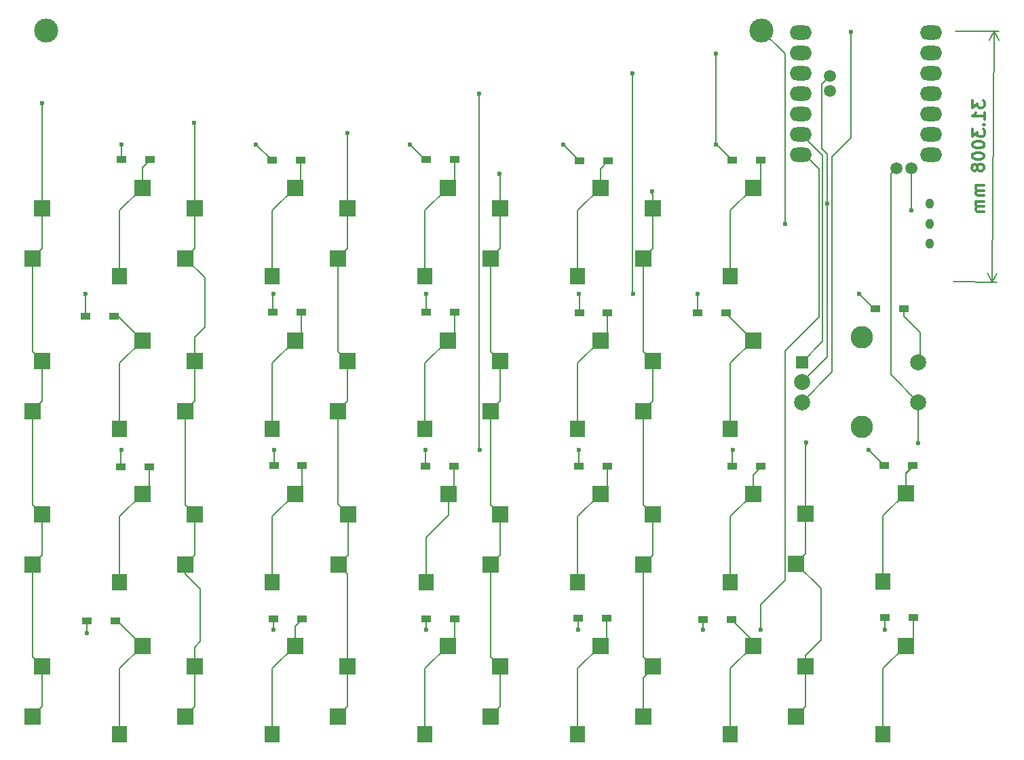
<source format=gbr>
%TF.GenerationSoftware,KiCad,Pcbnew,8.0.7*%
%TF.CreationDate,2025-02-28T21:35:55+09:00*%
%TF.ProjectId,cool642tb_L,636f6f6c-3634-4327-9462-5f4c2e6b6963,rev?*%
%TF.SameCoordinates,Original*%
%TF.FileFunction,Copper,L2,Bot*%
%TF.FilePolarity,Positive*%
%FSLAX46Y46*%
G04 Gerber Fmt 4.6, Leading zero omitted, Abs format (unit mm)*
G04 Created by KiCad (PCBNEW 8.0.7) date 2025-02-28 21:35:55*
%MOMM*%
%LPD*%
G01*
G04 APERTURE LIST*
%ADD10C,0.300000*%
%TA.AperFunction,NonConductor*%
%ADD11C,0.300000*%
%TD*%
%TA.AperFunction,NonConductor*%
%ADD12C,0.200000*%
%TD*%
%TA.AperFunction,SMDPad,CuDef*%
%ADD13R,2.000000X2.000000*%
%TD*%
%TA.AperFunction,SMDPad,CuDef*%
%ADD14R,1.900000X2.000000*%
%TD*%
%TA.AperFunction,SMDPad,CuDef*%
%ADD15R,1.300000X0.950000*%
%TD*%
%TA.AperFunction,ComponentPad*%
%ADD16C,3.000000*%
%TD*%
%TA.AperFunction,ComponentPad*%
%ADD17R,1.500000X1.500000*%
%TD*%
%TA.AperFunction,ComponentPad*%
%ADD18C,2.000000*%
%TD*%
%TA.AperFunction,ComponentPad*%
%ADD19C,2.800000*%
%TD*%
%TA.AperFunction,ComponentPad*%
%ADD20O,1.000000X1.300000*%
%TD*%
%TA.AperFunction,ComponentPad*%
%ADD21O,2.750000X1.800000*%
%TD*%
%TA.AperFunction,ComponentPad*%
%ADD22C,1.500000*%
%TD*%
%TA.AperFunction,ViaPad*%
%ADD23C,0.600000*%
%TD*%
%TA.AperFunction,Conductor*%
%ADD24C,0.200000*%
%TD*%
G04 APERTURE END LIST*
D10*
D11*
X109200871Y15980624D02*
X109194345Y15052076D01*
X109194345Y15052076D02*
X109769274Y15548047D01*
X109769274Y15548047D02*
X109767768Y15333766D01*
X109767768Y15333766D02*
X109838190Y15190411D01*
X109838190Y15190411D02*
X109909115Y15118482D01*
X109909115Y15118482D02*
X110051467Y15046051D01*
X110051467Y15046051D02*
X110408601Y15043541D01*
X110408601Y15043541D02*
X110551956Y15113964D01*
X110551956Y15113964D02*
X110623885Y15184888D01*
X110623885Y15184888D02*
X110696316Y15327240D01*
X110696316Y15327240D02*
X110699328Y15755801D01*
X110699328Y15755801D02*
X110628906Y15899156D01*
X110628906Y15899156D02*
X110557981Y15971085D01*
X110684267Y13612997D02*
X110690291Y14470119D01*
X110687279Y14041558D02*
X109187316Y14052101D01*
X109187316Y14052101D02*
X109402601Y14193448D01*
X109402601Y14193448D02*
X109546459Y14335298D01*
X109546459Y14335298D02*
X109618889Y14477649D01*
X110536895Y12971160D02*
X110607820Y12899231D01*
X110607820Y12899231D02*
X110679749Y12970156D01*
X110679749Y12970156D02*
X110608824Y13042085D01*
X110608824Y13042085D02*
X110536895Y12971160D01*
X110536895Y12971160D02*
X110679749Y12970156D01*
X109175769Y12409284D02*
X109169243Y11480736D01*
X109169243Y11480736D02*
X109744172Y11976707D01*
X109744172Y11976707D02*
X109742665Y11762427D01*
X109742665Y11762427D02*
X109813088Y11619071D01*
X109813088Y11619071D02*
X109884013Y11547142D01*
X109884013Y11547142D02*
X110026364Y11474711D01*
X110026364Y11474711D02*
X110383499Y11472201D01*
X110383499Y11472201D02*
X110526854Y11542624D01*
X110526854Y11542624D02*
X110598783Y11613549D01*
X110598783Y11613549D02*
X110671214Y11755900D01*
X110671214Y11755900D02*
X110674226Y12184461D01*
X110674226Y12184461D02*
X110603803Y12327817D01*
X110603803Y12327817D02*
X110532879Y12399745D01*
X109162716Y10552188D02*
X109161712Y10409334D01*
X109161712Y10409334D02*
X109232135Y10265978D01*
X109232135Y10265978D02*
X109303060Y10194050D01*
X109303060Y10194050D02*
X109445411Y10121619D01*
X109445411Y10121619D02*
X109730616Y10048184D01*
X109730616Y10048184D02*
X110087750Y10045674D01*
X110087750Y10045674D02*
X110373960Y10115092D01*
X110373960Y10115092D02*
X110517315Y10185515D01*
X110517315Y10185515D02*
X110589244Y10256440D01*
X110589244Y10256440D02*
X110661675Y10398791D01*
X110661675Y10398791D02*
X110662679Y10541645D01*
X110662679Y10541645D02*
X110592256Y10685001D01*
X110592256Y10685001D02*
X110521332Y10756929D01*
X110521332Y10756929D02*
X110378980Y10829360D01*
X110378980Y10829360D02*
X110093775Y10902795D01*
X110093775Y10902795D02*
X109736641Y10905305D01*
X109736641Y10905305D02*
X109450432Y10835887D01*
X109450432Y10835887D02*
X109307076Y10765464D01*
X109307076Y10765464D02*
X109235147Y10694539D01*
X109235147Y10694539D02*
X109162716Y10552188D01*
X109152675Y9123652D02*
X109151671Y8980798D01*
X109151671Y8980798D02*
X109222094Y8837443D01*
X109222094Y8837443D02*
X109293019Y8765514D01*
X109293019Y8765514D02*
X109435370Y8693083D01*
X109435370Y8693083D02*
X109720576Y8619648D01*
X109720576Y8619648D02*
X110077710Y8617138D01*
X110077710Y8617138D02*
X110363919Y8686556D01*
X110363919Y8686556D02*
X110507275Y8756979D01*
X110507275Y8756979D02*
X110579203Y8827904D01*
X110579203Y8827904D02*
X110651634Y8970256D01*
X110651634Y8970256D02*
X110652638Y9113109D01*
X110652638Y9113109D02*
X110582216Y9256465D01*
X110582216Y9256465D02*
X110511291Y9328394D01*
X110511291Y9328394D02*
X110368939Y9400825D01*
X110368939Y9400825D02*
X110083734Y9474260D01*
X110083734Y9474260D02*
X109726600Y9476770D01*
X109726600Y9476770D02*
X109440391Y9407351D01*
X109440391Y9407351D02*
X109297035Y9336928D01*
X109297035Y9336928D02*
X109225106Y9266004D01*
X109225106Y9266004D02*
X109152675Y9123652D01*
X109785978Y7762025D02*
X109715555Y7905380D01*
X109715555Y7905380D02*
X109644630Y7977309D01*
X109644630Y7977309D02*
X109502279Y8049740D01*
X109502279Y8049740D02*
X109430852Y8050242D01*
X109430852Y8050242D02*
X109287496Y7979819D01*
X109287496Y7979819D02*
X109215568Y7908895D01*
X109215568Y7908895D02*
X109143137Y7766543D01*
X109143137Y7766543D02*
X109141128Y7480836D01*
X109141128Y7480836D02*
X109211551Y7337480D01*
X109211551Y7337480D02*
X109282476Y7265551D01*
X109282476Y7265551D02*
X109424828Y7193120D01*
X109424828Y7193120D02*
X109496254Y7192618D01*
X109496254Y7192618D02*
X109639610Y7263041D01*
X109639610Y7263041D02*
X109711539Y7333966D01*
X109711539Y7333966D02*
X109783970Y7476318D01*
X109783970Y7476318D02*
X109785978Y7762025D01*
X109785978Y7762025D02*
X109858409Y7904376D01*
X109858409Y7904376D02*
X109930338Y7975301D01*
X109930338Y7975301D02*
X110073693Y8045724D01*
X110073693Y8045724D02*
X110359401Y8043716D01*
X110359401Y8043716D02*
X110501752Y7971285D01*
X110501752Y7971285D02*
X110572677Y7899356D01*
X110572677Y7899356D02*
X110643100Y7756000D01*
X110643100Y7756000D02*
X110641091Y7470293D01*
X110641091Y7470293D02*
X110568661Y7327941D01*
X110568661Y7327941D02*
X110496732Y7257017D01*
X110496732Y7257017D02*
X110353376Y7186594D01*
X110353376Y7186594D02*
X110067669Y7188602D01*
X110067669Y7188602D02*
X109925317Y7261033D01*
X109925317Y7261033D02*
X109854392Y7332962D01*
X109854392Y7332962D02*
X109783970Y7476318D01*
X110626532Y5398916D02*
X109626557Y5405945D01*
X109769411Y5404941D02*
X109697482Y5334016D01*
X109697482Y5334016D02*
X109625051Y5191664D01*
X109625051Y5191664D02*
X109623545Y4977384D01*
X109623545Y4977384D02*
X109693967Y4834028D01*
X109693967Y4834028D02*
X109836319Y4761597D01*
X109836319Y4761597D02*
X110622014Y4756075D01*
X109836319Y4761597D02*
X109692963Y4691175D01*
X109692963Y4691175D02*
X109620532Y4548823D01*
X109620532Y4548823D02*
X109619026Y4334543D01*
X109619026Y4334543D02*
X109689449Y4191187D01*
X109689449Y4191187D02*
X109831801Y4118756D01*
X109831801Y4118756D02*
X110617496Y4113234D01*
X110612475Y3398966D02*
X109612500Y3405994D01*
X109755353Y3404990D02*
X109683425Y3334065D01*
X109683425Y3334065D02*
X109610994Y3191714D01*
X109610994Y3191714D02*
X109609488Y2977433D01*
X109609488Y2977433D02*
X109679910Y2834078D01*
X109679910Y2834078D02*
X109822262Y2761647D01*
X109822262Y2761647D02*
X110607957Y2756124D01*
X109822262Y2761647D02*
X109678906Y2691224D01*
X109678906Y2691224D02*
X109606475Y2548872D01*
X109606475Y2548872D02*
X109604969Y2334592D01*
X109604969Y2334592D02*
X109675392Y2191236D01*
X109675392Y2191236D02*
X109817743Y2118806D01*
X109817743Y2118806D02*
X110603438Y2113283D01*
D12*
X107029988Y24646486D02*
X112469685Y24608252D01*
X106809988Y-6653514D02*
X112249685Y-6691748D01*
X111883279Y24612373D02*
X111663279Y-6687627D01*
X111883279Y24612373D02*
X111663279Y-6687627D01*
X111883279Y24612373D02*
X112461768Y23481775D01*
X111883279Y24612373D02*
X111288955Y23490019D01*
X111663279Y-6687627D02*
X111084790Y-5557029D01*
X111663279Y-6687627D02*
X112257603Y-5565273D01*
D13*
%TO.P,SW14,1,1*%
%TO.N,Col3*%
X49050000Y-22750000D03*
X50250000Y-16510000D03*
D14*
%TO.P,SW14,2,2*%
%TO.N,Net-(D14-A)*%
X59950000Y-24950000D03*
D13*
X62750000Y-13970000D03*
%TD*%
D15*
%TO.P,D3,1,K*%
%TO.N,Row2*%
X2925000Y-29720000D03*
%TO.P,D3,2,A*%
%TO.N,Net-(D3-A)*%
X6475000Y-29720000D03*
%TD*%
D16*
%TO.P,B1,1,+*%
%TO.N,Bat*%
X-6400000Y24710000D03*
%TO.P,B1,2,-*%
%TO.N,Net-(B1--)*%
X82870000Y24750000D03*
%TD*%
D13*
%TO.P,SW18,1,1*%
%TO.N,Col4*%
X68100000Y-22750000D03*
X69300000Y-16510000D03*
D14*
%TO.P,SW18,2,2*%
%TO.N,Net-(D18-A)*%
X79000000Y-24950000D03*
D13*
X81800000Y-13970000D03*
%TD*%
D15*
%TO.P,D13,1,K*%
%TO.N,Row0*%
X60205000Y8480000D03*
%TO.P,D13,2,A*%
%TO.N,Net-(D13-A)*%
X63755000Y8480000D03*
%TD*%
D13*
%TO.P,SW12,1,1*%
%TO.N,Col2*%
X30000000Y-60850000D03*
X31200000Y-54610000D03*
D14*
%TO.P,SW12,2,2*%
%TO.N,Net-(D12-A)*%
X40900000Y-63050000D03*
D13*
X43700000Y-52070000D03*
%TD*%
%TO.P,SW23,1,1*%
%TO.N,Col5*%
X87150000Y-60850000D03*
X88350000Y-54610000D03*
D14*
%TO.P,SW23,2,2*%
%TO.N,Net-(D23-A)*%
X98050000Y-63050000D03*
D13*
X100850000Y-52070000D03*
%TD*%
D15*
%TO.P,D10,1,K*%
%TO.N,Row1*%
X41035000Y-10420000D03*
%TO.P,D10,2,A*%
%TO.N,Net-(D10-A)*%
X44585000Y-10420000D03*
%TD*%
%TO.P,D19,1,K*%
%TO.N,Row2*%
X79225000Y-29630000D03*
%TO.P,D19,2,A*%
%TO.N,Net-(D19-A)*%
X82775000Y-29630000D03*
%TD*%
%TO.P,D16,1,K*%
%TO.N,Row3*%
X59995000Y-48600000D03*
%TO.P,D16,2,A*%
%TO.N,Net-(D16-A)*%
X63545000Y-48600000D03*
%TD*%
D13*
%TO.P,SW19,1,1*%
%TO.N,Col4*%
X68100000Y-41900000D03*
X69300000Y-35660000D03*
D14*
%TO.P,SW19,2,2*%
%TO.N,Net-(D19-A)*%
X79000000Y-44100000D03*
D13*
X81800000Y-33120000D03*
%TD*%
%TO.P,SW1,1,1*%
%TO.N,Col0*%
X-8100000Y-3700000D03*
X-6900000Y2540000D03*
D14*
%TO.P,SW1,2,2*%
%TO.N,Net-(D1-A)*%
X2800000Y-5900000D03*
D13*
X5600000Y5080000D03*
%TD*%
%TO.P,SW13,1,1*%
%TO.N,Col3*%
X49050000Y-3700000D03*
X50250000Y2540000D03*
D14*
%TO.P,SW13,2,2*%
%TO.N,Net-(D13-A)*%
X59950000Y-5900000D03*
D13*
X62750000Y5080000D03*
%TD*%
D15*
%TO.P,D7,1,K*%
%TO.N,Row2*%
X22025000Y-29570000D03*
%TO.P,D7,2,A*%
%TO.N,Net-(D7-A)*%
X25575000Y-29570000D03*
%TD*%
%TO.P,D21,1,K*%
%TO.N,Row1*%
X97060000Y-10040000D03*
%TO.P,D21,2,A*%
%TO.N,Net-(D21-A)*%
X100610000Y-10040000D03*
%TD*%
D13*
%TO.P,SW10,1,1*%
%TO.N,Col2*%
X30000000Y-22750000D03*
X31200000Y-16510000D03*
D14*
%TO.P,SW10,2,2*%
%TO.N,Net-(D10-A)*%
X40900000Y-24950000D03*
D13*
X43700000Y-13970000D03*
%TD*%
D15*
%TO.P,D14,1,K*%
%TO.N,Row1*%
X60125000Y-10490000D03*
%TO.P,D14,2,A*%
%TO.N,Net-(D14-A)*%
X63675000Y-10490000D03*
%TD*%
%TO.P,D18,1,K*%
%TO.N,Row1*%
X74890000Y-10550000D03*
%TO.P,D18,2,A*%
%TO.N,Net-(D18-A)*%
X78440000Y-10550000D03*
%TD*%
%TO.P,D5,1,K*%
%TO.N,Row0*%
X21805000Y8520000D03*
%TO.P,D5,2,A*%
%TO.N,Net-(D5-A)*%
X25355000Y8520000D03*
%TD*%
D13*
%TO.P,SW9,1,1*%
%TO.N,Col2*%
X30000000Y-3700000D03*
X31200000Y2540000D03*
D14*
%TO.P,SW9,2,2*%
%TO.N,Net-(D9-A)*%
X40900000Y-5900000D03*
D13*
X43700000Y5080000D03*
%TD*%
%TO.P,SW15,1,1*%
%TO.N,Col3*%
X49050000Y-41900000D03*
X50250000Y-35660000D03*
D14*
%TO.P,SW15,2,2*%
%TO.N,Net-(D15-A)*%
X59950000Y-44100000D03*
D13*
X62750000Y-33120000D03*
%TD*%
%TO.P,SW11,1,1*%
%TO.N,Col2*%
X30100000Y-41900000D03*
X31300000Y-35660000D03*
D14*
%TO.P,SW11,2,2*%
%TO.N,Net-(D11-A)*%
X41000000Y-44100000D03*
D13*
X43800000Y-33120000D03*
%TD*%
%TO.P,SW5,1,1*%
%TO.N,Col1*%
X10950000Y-3700000D03*
X12150000Y2540000D03*
D14*
%TO.P,SW5,2,2*%
%TO.N,Net-(D5-A)*%
X21850000Y-5900000D03*
D13*
X24650000Y5080000D03*
%TD*%
D15*
%TO.P,D9,1,K*%
%TO.N,Row0*%
X41045000Y8610000D03*
%TO.P,D9,2,A*%
%TO.N,Net-(D9-A)*%
X44595000Y8610000D03*
%TD*%
%TO.P,D8,1,K*%
%TO.N,Row3*%
X21955000Y-48670000D03*
%TO.P,D8,2,A*%
%TO.N,Net-(D8-A)*%
X25505000Y-48670000D03*
%TD*%
D13*
%TO.P,SW4,1,1*%
%TO.N,Col0*%
X-8100000Y-60850000D03*
X-6900000Y-54610000D03*
D14*
%TO.P,SW4,2,2*%
%TO.N,Net-(D4-A)*%
X2800000Y-63050000D03*
D13*
X5600000Y-52070000D03*
%TD*%
%TO.P,SW17,1,1*%
%TO.N,Col4*%
X68100000Y-3700000D03*
X69300000Y2540000D03*
D14*
%TO.P,SW17,2,2*%
%TO.N,Net-(D17-A)*%
X79000000Y-5900000D03*
D13*
X81800000Y5080000D03*
%TD*%
D15*
%TO.P,D23,1,K*%
%TO.N,Row3*%
X98305000Y-48510000D03*
%TO.P,D23,2,A*%
%TO.N,Net-(D23-A)*%
X101855000Y-48510000D03*
%TD*%
D13*
%TO.P,SW22,1,1*%
%TO.N,Col5*%
X87150000Y-41800000D03*
X88350000Y-35560000D03*
D14*
%TO.P,SW22,2,2*%
%TO.N,Net-(D22-A)*%
X98050000Y-44000000D03*
D13*
X100850000Y-33020000D03*
%TD*%
D15*
%TO.P,D11,1,K*%
%TO.N,Row2*%
X40935000Y-29650000D03*
%TO.P,D11,2,A*%
%TO.N,Net-(D11-A)*%
X44485000Y-29650000D03*
%TD*%
D13*
%TO.P,SW6,1,1*%
%TO.N,Col1*%
X10950000Y-22750000D03*
X12150000Y-16510000D03*
D14*
%TO.P,SW6,2,2*%
%TO.N,Net-(D6-A)*%
X21850000Y-24950000D03*
D13*
X24650000Y-13970000D03*
%TD*%
D17*
%TO.P,SW21,A,A*%
%TO.N,RE_A1*%
X87900000Y-16660000D03*
D18*
%TO.P,SW21,B,B*%
%TO.N,RE_B*%
X87900000Y-21660000D03*
%TO.P,SW21,C,C*%
%TO.N,GND*%
X87900000Y-19160000D03*
D19*
%TO.P,SW21,MP*%
%TO.N,N/C*%
X95400000Y-13560000D03*
X95400000Y-24760000D03*
D18*
%TO.P,SW21,S1*%
X102400000Y-16660000D03*
%TO.P,SW21,S2*%
X102400000Y-21660000D03*
%TD*%
D13*
%TO.P,SW3,1,1*%
%TO.N,Col0*%
X-8100000Y-41900000D03*
X-6900000Y-35660000D03*
D14*
%TO.P,SW3,2,2*%
%TO.N,Net-(D3-A)*%
X2800000Y-44100000D03*
D13*
X5600000Y-33120000D03*
%TD*%
D15*
%TO.P,D6,1,K*%
%TO.N,Row1*%
X21925000Y-10420000D03*
%TO.P,D6,2,A*%
%TO.N,Net-(D6-A)*%
X25475000Y-10420000D03*
%TD*%
D13*
%TO.P,SW2,1,1*%
%TO.N,Col0*%
X-8100000Y-22750000D03*
X-6900000Y-16510000D03*
D14*
%TO.P,SW2,2,2*%
%TO.N,Net-(D2-A)*%
X2800000Y-24950000D03*
D13*
X5600000Y-13970000D03*
%TD*%
%TO.P,SW16,1,1*%
%TO.N,Col3*%
X49050000Y-60850000D03*
X50250000Y-54610000D03*
D14*
%TO.P,SW16,2,2*%
%TO.N,Net-(D16-A)*%
X59950000Y-63050000D03*
D13*
X62750000Y-52070000D03*
%TD*%
D20*
%TO.P,SW24,1,A*%
%TO.N,GND*%
X103840000Y3104000D03*
%TO.P,SW24,2,B*%
%TO.N,Net-(B1--)*%
X103840000Y604000D03*
%TO.P,SW24,3,C*%
%TO.N,unconnected-(SW24-C-Pad3)*%
X103840000Y-1896000D03*
%TD*%
D15*
%TO.P,D15,1,K*%
%TO.N,Row2*%
X60075000Y-29620000D03*
%TO.P,D15,2,A*%
%TO.N,Net-(D15-A)*%
X63625000Y-29620000D03*
%TD*%
D13*
%TO.P,SW8,1,1*%
%TO.N,Col1*%
X10950000Y-60850000D03*
X12150000Y-54610000D03*
D14*
%TO.P,SW8,2,2*%
%TO.N,Net-(D8-A)*%
X21850000Y-63050000D03*
D13*
X24650000Y-52070000D03*
%TD*%
D15*
%TO.P,D2,1,K*%
%TO.N,Row1*%
X-1465000Y-10920000D03*
%TO.P,D2,2,A*%
%TO.N,Net-(D2-A)*%
X2085000Y-10920000D03*
%TD*%
%TO.P,D12,1,K*%
%TO.N,Row3*%
X41025000Y-48690000D03*
%TO.P,D12,2,A*%
%TO.N,Net-(D12-A)*%
X44575000Y-48690000D03*
%TD*%
%TO.P,D4,1,K*%
%TO.N,Row3*%
X-1265000Y-48970000D03*
%TO.P,D4,2,A*%
%TO.N,Net-(D4-A)*%
X2285000Y-48970000D03*
%TD*%
%TO.P,D1,1,K*%
%TO.N,Row0*%
X2995000Y8650000D03*
%TO.P,D1,2,A*%
%TO.N,Net-(D1-A)*%
X6545000Y8650000D03*
%TD*%
%TO.P,D17,1,K*%
%TO.N,Row0*%
X79230000Y8510000D03*
%TO.P,D17,2,A*%
%TO.N,Net-(D17-A)*%
X82780000Y8510000D03*
%TD*%
D13*
%TO.P,SW7,1,1*%
%TO.N,Col1*%
X10950000Y-41900000D03*
X12150000Y-35660000D03*
D14*
%TO.P,SW7,2,2*%
%TO.N,Net-(D7-A)*%
X21850000Y-44100000D03*
D13*
X24650000Y-33120000D03*
%TD*%
D21*
%TO.P,U1,1,P0.02_A0_D0*%
%TO.N,RE_B*%
X87740000Y24450000D03*
%TO.P,U1,2,P0.03_A1_D1*%
%TO.N,Row0*%
X87740000Y21910000D03*
%TO.P,U1,3,P0.28_A2_D2*%
%TO.N,Row1*%
X87740000Y19370000D03*
%TO.P,U1,4,P0.29_A3_D3*%
%TO.N,Row2*%
X87740000Y16830000D03*
%TO.P,U1,5,P0.04_A4_D4_SDA*%
%TO.N,unconnected-(U1-P0.04_A4_D4_SDA-Pad5)*%
X87740000Y14290000D03*
%TO.P,U1,6,P0.05_A5_D5_SCL*%
%TO.N,RE_A1*%
X87740000Y11750000D03*
%TO.P,U1,7,P1.11_D6_TX*%
%TO.N,Row3*%
X87740000Y9210000D03*
%TO.P,U1,8,P1.12_D7_RX*%
%TO.N,Col3*%
X103980000Y9210000D03*
%TO.P,U1,9,P1.13_D8_SCK*%
%TO.N,Col2*%
X103980000Y11750000D03*
%TO.P,U1,10,P1.14_D9_MISO*%
%TO.N,Col1*%
X103980000Y14290000D03*
%TO.P,U1,11,P1.15_D10_MOSI*%
%TO.N,Col0*%
X103980000Y16830000D03*
%TO.P,U1,12,3V3*%
%TO.N,unconnected-(U1-3V3-Pad12)*%
X103980000Y19370000D03*
%TO.P,U1,13,GND*%
%TO.N,GND*%
X103980000Y21910000D03*
%TO.P,U1,14,5V*%
%TO.N,VCC*%
X103980000Y24450000D03*
D22*
%TO.P,U1,15,NFC1_0.09*%
%TO.N,Col5*%
X99695400Y7518000D03*
%TO.P,U1,16,NFC2_0.10*%
%TO.N,Col4*%
X101575000Y7518000D03*
%TO.P,U1,20,BATT+*%
%TO.N,Bat*%
X91415000Y17147000D03*
%TO.P,U1,21,BATT-*%
%TO.N,GND*%
X91415000Y19052000D03*
%TD*%
D13*
%TO.P,SW20,1,1*%
%TO.N,Col4*%
X68100000Y-60850000D03*
X69300000Y-54610000D03*
D14*
%TO.P,SW20,2,2*%
%TO.N,Net-(D20-A)*%
X79000000Y-63050000D03*
D13*
X81800000Y-52070000D03*
%TD*%
D15*
%TO.P,D22,1,K*%
%TO.N,Row2*%
X98205000Y-29600000D03*
%TO.P,D22,2,A*%
%TO.N,Net-(D22-A)*%
X101755000Y-29600000D03*
%TD*%
%TO.P,D20,1,K*%
%TO.N,Row3*%
X75575000Y-48810000D03*
%TO.P,D20,2,A*%
%TO.N,Net-(D20-A)*%
X79125000Y-48810000D03*
%TD*%
D23*
%TO.N,Net-(B1--)*%
X85820000Y570000D03*
%TO.N,Row0*%
X19800000Y10500000D03*
X3000000Y10500000D03*
X39010000Y10500000D03*
X77210000Y10500000D03*
X77140000Y21790000D03*
X58160000Y10500000D03*
%TO.N,Row1*%
X-1480000Y-8140000D03*
X60100000Y-8140000D03*
X22000000Y-8140000D03*
X95020000Y-8140000D03*
X66870000Y-8140000D03*
X74890000Y-8110000D03*
X66800000Y19400000D03*
X41010000Y-8140000D03*
%TO.N,Row2*%
X40940000Y-27590000D03*
X96220000Y-27590000D03*
X60080000Y-27590000D03*
X3000000Y-27590000D03*
X79260000Y-27590000D03*
X22030000Y-27590000D03*
X47740000Y-27590000D03*
X47670000Y16810000D03*
%TO.N,Row3*%
X82750000Y-50040000D03*
X60020000Y-50040000D03*
X22010000Y-50040000D03*
X-1290000Y-50470000D03*
X41040000Y-50040000D03*
X75570000Y-50040000D03*
X98300000Y-50060000D03*
%TO.N,Col0*%
X-6880000Y15660000D03*
%TO.N,Col1*%
X12040000Y13160000D03*
%TO.N,Col2*%
X31170000Y11920000D03*
%TO.N,Col3*%
X50170000Y6870000D03*
%TO.N,Col4*%
X69220000Y4620000D03*
X101600000Y2240000D03*
%TO.N,Col5*%
X88400000Y-26700000D03*
X102400000Y-26770000D03*
%TO.N,GND*%
X91050000Y3090000D03*
%TO.N,RE_B*%
X94000000Y24500000D03*
%TD*%
D24*
%TO.N,Net-(B1--)*%
X85813500Y21806500D02*
X85813500Y576500D01*
X82870000Y24750000D02*
X85813500Y21806500D01*
X85813500Y576500D02*
X85820000Y570000D01*
%TO.N,Net-(D1-A)*%
X6545000Y8650000D02*
X6545000Y8535000D01*
X2800000Y2280000D02*
X5600000Y5080000D01*
X5600000Y7590000D02*
X5600000Y5080000D01*
X6545000Y8535000D02*
X5600000Y7590000D01*
X2800000Y-5900000D02*
X2800000Y2280000D01*
%TO.N,Row0*%
X21805000Y8520000D02*
X21780000Y8520000D01*
X41045000Y8610000D02*
X40900000Y8610000D01*
X79230000Y8510000D02*
X77240000Y10500000D01*
X77180000Y21750000D02*
X77140000Y21790000D01*
X2995000Y8650000D02*
X2995000Y10495000D01*
X2995000Y10495000D02*
X3000000Y10500000D01*
X77180000Y10530000D02*
X77210000Y10500000D01*
X40900000Y8610000D02*
X39010000Y10500000D01*
X21780000Y8520000D02*
X19800000Y10500000D01*
X60205000Y8480000D02*
X60180000Y8480000D01*
X77180000Y19140000D02*
X77180000Y21750000D01*
X60180000Y8480000D02*
X58160000Y10500000D01*
X77180000Y19140000D02*
X77180000Y10530000D01*
X77240000Y10500000D02*
X77210000Y10500000D01*
%TO.N,Net-(D2-A)*%
X2800000Y-16770000D02*
X5600000Y-13970000D01*
X2800000Y-24950000D02*
X2800000Y-16770000D01*
X2085000Y-10920000D02*
X2550000Y-10920000D01*
X2550000Y-10920000D02*
X5600000Y-13970000D01*
%TO.N,Row1*%
X41035000Y-10420000D02*
X41035000Y-8165000D01*
X97060000Y-10040000D02*
X96920000Y-10040000D01*
X21925000Y-10420000D02*
X21925000Y-8215000D01*
X66800000Y19400000D02*
X66800000Y-8070000D01*
X60125000Y-10490000D02*
X60125000Y-8165000D01*
X74890000Y-10550000D02*
X74890000Y-8110000D01*
X21925000Y-8215000D02*
X22000000Y-8140000D01*
X-1465000Y-10920000D02*
X-1465000Y-8155000D01*
X-1465000Y-8155000D02*
X-1480000Y-8140000D01*
X60125000Y-8165000D02*
X60100000Y-8140000D01*
X41035000Y-8165000D02*
X41010000Y-8140000D01*
X96920000Y-10040000D02*
X95020000Y-8140000D01*
X66800000Y-8070000D02*
X66870000Y-8140000D01*
%TO.N,Net-(D3-A)*%
X6475000Y-32245000D02*
X5600000Y-33120000D01*
X2800000Y-35920000D02*
X5600000Y-33120000D01*
X6475000Y-29720000D02*
X6475000Y-32245000D01*
X2800000Y-44100000D02*
X2800000Y-35920000D01*
%TO.N,Row2*%
X40935000Y-29650000D02*
X40935000Y-27595000D01*
X98205000Y-29575000D02*
X96220000Y-27590000D01*
X60075000Y-27595000D02*
X60080000Y-27590000D01*
X47650000Y13890000D02*
X47650000Y-27500000D01*
X79225000Y-27625000D02*
X79260000Y-27590000D01*
X47650000Y-27500000D02*
X47740000Y-27590000D01*
X22025000Y-27595000D02*
X22030000Y-27590000D01*
X22025000Y-29570000D02*
X22025000Y-27595000D01*
X47670000Y16810000D02*
X47670000Y13910000D01*
X79225000Y-29630000D02*
X79225000Y-27625000D01*
X60075000Y-29620000D02*
X60075000Y-27595000D01*
X2925000Y-29720000D02*
X2925000Y-27665000D01*
X47670000Y13910000D02*
X47650000Y13890000D01*
X40935000Y-27595000D02*
X40940000Y-27590000D01*
X2925000Y-27665000D02*
X3000000Y-27590000D01*
X98205000Y-29600000D02*
X98205000Y-29575000D01*
%TO.N,Net-(D4-A)*%
X2800000Y-54870000D02*
X5600000Y-52070000D01*
X2800000Y-63050000D02*
X2800000Y-54870000D01*
X2285000Y-48970000D02*
X2500000Y-48970000D01*
X2500000Y-48970000D02*
X5600000Y-52070000D01*
X5600000Y-52070000D02*
X5600000Y-51670000D01*
%TO.N,Row3*%
X21955000Y-49985000D02*
X22010000Y-50040000D01*
X98305000Y-48510000D02*
X98305000Y-50055000D01*
X90050000Y7400000D02*
X90050000Y4420000D01*
X75575000Y-48810000D02*
X75575000Y-50035000D01*
X82750000Y-46934004D02*
X82750000Y-50040000D01*
X85850000Y-43834004D02*
X82750000Y-46934004D01*
X59995000Y-50015000D02*
X60020000Y-50040000D01*
X85850000Y-15260000D02*
X85850000Y-43834004D01*
X41025000Y-50025000D02*
X41040000Y-50040000D01*
X21955000Y-48670000D02*
X21955000Y-49985000D01*
X41025000Y-48690000D02*
X41025000Y-50025000D01*
X88240000Y9210000D02*
X90050000Y7400000D01*
X75575000Y-50035000D02*
X75570000Y-50040000D01*
X98305000Y-50055000D02*
X98300000Y-50060000D01*
X59995000Y-48600000D02*
X59995000Y-50015000D01*
X90050000Y-11060000D02*
X85850000Y-15260000D01*
X-1265000Y-50445000D02*
X-1290000Y-50470000D01*
X90050000Y4420000D02*
X90050000Y-11060000D01*
X-1265000Y-48970000D02*
X-1265000Y-50445000D01*
%TO.N,Net-(D5-A)*%
X24650000Y5080000D02*
X21850000Y2280000D01*
X25355000Y8520000D02*
X25355000Y5785000D01*
X25355000Y5785000D02*
X24650000Y5080000D01*
X21850000Y2280000D02*
X21850000Y-5900000D01*
%TO.N,Net-(D6-A)*%
X25475000Y-13145000D02*
X24650000Y-13970000D01*
X21850000Y-16770000D02*
X24650000Y-13970000D01*
X21850000Y-24950000D02*
X21850000Y-16770000D01*
X25475000Y-10420000D02*
X25475000Y-13145000D01*
%TO.N,Net-(D7-A)*%
X21850000Y-35920000D02*
X24650000Y-33120000D01*
X25575000Y-29570000D02*
X25575000Y-32195000D01*
X21850000Y-44100000D02*
X21850000Y-35920000D01*
X25575000Y-32195000D02*
X24650000Y-33120000D01*
%TO.N,Net-(D8-A)*%
X21850000Y-63050000D02*
X21850000Y-54870000D01*
X21850000Y-54870000D02*
X24650000Y-52070000D01*
X24650000Y-49640000D02*
X24650000Y-52070000D01*
X25505000Y-48670000D02*
X25505000Y-48785000D01*
X25505000Y-48785000D02*
X24650000Y-49640000D01*
%TO.N,Net-(D9-A)*%
X40900000Y2280000D02*
X43700000Y5080000D01*
X44595000Y5975000D02*
X43700000Y5080000D01*
X44595000Y8610000D02*
X44595000Y5975000D01*
X40900000Y-5900000D02*
X40900000Y2280000D01*
%TO.N,Net-(D10-A)*%
X44585000Y-13085000D02*
X43700000Y-13970000D01*
X40900000Y-16770000D02*
X43700000Y-13970000D01*
X44585000Y-10420000D02*
X44585000Y-13085000D01*
X40900000Y-24950000D02*
X40900000Y-16770000D01*
%TO.N,Net-(D11-A)*%
X44485000Y-32435000D02*
X43800000Y-33120000D01*
X41000000Y-38556497D02*
X43800000Y-35756497D01*
X44485000Y-29650000D02*
X44485000Y-32435000D01*
X41000000Y-44100000D02*
X41000000Y-38556497D01*
X43800000Y-35756497D02*
X43800000Y-33120000D01*
%TO.N,Net-(D12-A)*%
X40900000Y-54870000D02*
X43700000Y-52070000D01*
X44575000Y-48690000D02*
X44575000Y-51195000D01*
X44575000Y-51195000D02*
X43700000Y-52070000D01*
X40900000Y-63050000D02*
X40900000Y-54870000D01*
%TO.N,Net-(D13-A)*%
X62750000Y5080000D02*
X62750000Y7475000D01*
X59950000Y2280000D02*
X62750000Y5080000D01*
X62750000Y7475000D02*
X63755000Y8480000D01*
X59950000Y-5900000D02*
X59950000Y2280000D01*
%TO.N,Net-(D14-A)*%
X63675000Y-10490000D02*
X63675000Y-13045000D01*
X59950000Y-16770000D02*
X62750000Y-13970000D01*
X63675000Y-13045000D02*
X62750000Y-13970000D01*
X59950000Y-24950000D02*
X59950000Y-16770000D01*
%TO.N,Net-(D15-A)*%
X59950000Y-44100000D02*
X59950000Y-35920000D01*
X63625000Y-29620000D02*
X63625000Y-32245000D01*
X59950000Y-35920000D02*
X62750000Y-33120000D01*
X63625000Y-32245000D02*
X62750000Y-33120000D01*
%TO.N,Net-(D16-A)*%
X59950000Y-63050000D02*
X59950000Y-54870000D01*
X59950000Y-54870000D02*
X62750000Y-52070000D01*
X63545000Y-48600000D02*
X63545000Y-51275000D01*
X63545000Y-51275000D02*
X62750000Y-52070000D01*
%TO.N,Net-(D17-A)*%
X79000000Y-5900000D02*
X79000000Y2280000D01*
X82780000Y6060000D02*
X81800000Y5080000D01*
X79000000Y2280000D02*
X81800000Y5080000D01*
X82780000Y8510000D02*
X82780000Y6060000D01*
%TO.N,Net-(D18-A)*%
X78440000Y-10550000D02*
X78440000Y-10610000D01*
X79000000Y-16770000D02*
X81800000Y-13970000D01*
X79000000Y-24950000D02*
X79000000Y-16770000D01*
X78440000Y-10610000D02*
X81800000Y-13970000D01*
%TO.N,Net-(D19-A)*%
X82775000Y-29630000D02*
X82775000Y-29795000D01*
X79000000Y-35920000D02*
X81800000Y-33120000D01*
X79000000Y-44100000D02*
X79000000Y-35920000D01*
X82775000Y-29795000D02*
X81800000Y-30770000D01*
X81800000Y-30770000D02*
X81800000Y-33120000D01*
%TO.N,Net-(D20-A)*%
X79000000Y-54870000D02*
X81800000Y-52070000D01*
X81800000Y-51485000D02*
X81800000Y-52070000D01*
X79125000Y-48810000D02*
X81800000Y-51485000D01*
X79000000Y-63050000D02*
X79000000Y-54870000D01*
%TO.N,Net-(D21-A)*%
X100610000Y-10905000D02*
X102645000Y-12940000D01*
X102645000Y-16415000D02*
X102400000Y-16660000D01*
X102645000Y-12940000D02*
X102645000Y-16415000D01*
X100610000Y-10040000D02*
X100610000Y-10905000D01*
%TO.N,Col0*%
X-6900000Y-54610000D02*
X-6900000Y-59650000D01*
X-8100000Y-53410000D02*
X-6900000Y-54610000D01*
X-6900000Y-40700000D02*
X-8100000Y-41900000D01*
X-6900000Y2540000D02*
X-6900000Y15640000D01*
X-6900000Y-59650000D02*
X-8100000Y-60850000D01*
X-6900000Y-2500000D02*
X-8100000Y-3700000D01*
X-8100000Y-3700000D02*
X-8100000Y-15310000D01*
X-8100000Y-41900000D02*
X-8100000Y-53410000D01*
X-6900000Y15640000D02*
X-6880000Y15660000D01*
X-8100000Y-34460000D02*
X-6900000Y-35660000D01*
X-6900000Y2540000D02*
X-6900000Y-2500000D01*
X-8100000Y-15310000D02*
X-6900000Y-16510000D01*
X-6900000Y-16510000D02*
X-6900000Y-21550000D01*
X-6900000Y-21550000D02*
X-8100000Y-22750000D01*
X-8100000Y-22750000D02*
X-8100000Y-34460000D01*
X-6900000Y-35660000D02*
X-6900000Y-40700000D01*
%TO.N,Col1*%
X12150000Y-35660000D02*
X12150000Y-40700000D01*
X12150000Y-40700000D02*
X10950000Y-41900000D01*
X10950000Y-34460000D02*
X12150000Y-35660000D01*
X13400000Y-12290000D02*
X12150000Y-13540000D01*
X12150000Y13050000D02*
X12150000Y2540000D01*
X12150000Y-52220000D02*
X12150000Y-54610000D01*
X12150000Y-16510000D02*
X12150000Y-21550000D01*
X13400000Y-6150000D02*
X13400000Y-12290000D01*
X10950000Y-41900000D02*
X10950000Y-43090000D01*
X10950000Y-22750000D02*
X10950000Y-34460000D01*
X12150000Y-54610000D02*
X12150000Y-59650000D01*
X12840000Y-45100000D02*
X12840000Y-51530000D01*
X12820000Y-44960000D02*
X12820000Y-45080000D01*
X12150000Y-2500000D02*
X10950000Y-3700000D01*
X10950000Y-3700000D02*
X13400000Y-6150000D01*
X12150000Y2540000D02*
X12150000Y-2500000D01*
X12820000Y-45080000D02*
X12840000Y-45100000D01*
X12150000Y-21550000D02*
X10950000Y-22750000D01*
X12040000Y13160000D02*
X12150000Y13050000D01*
X12840000Y-51530000D02*
X12150000Y-52220000D01*
X12150000Y-59650000D02*
X10950000Y-60850000D01*
X10950000Y-43090000D02*
X12820000Y-44960000D01*
X12150000Y-13540000D02*
X12150000Y-16510000D01*
%TO.N,Col2*%
X30000000Y-34360000D02*
X31300000Y-35660000D01*
X31200000Y-43110000D02*
X31200000Y-54610000D01*
X31200000Y11560000D02*
X31200000Y2540000D01*
X30000000Y-22750000D02*
X30000000Y-34360000D01*
X31200000Y-54610000D02*
X31200000Y-59650000D01*
X30000000Y-3700000D02*
X30000000Y-15310000D01*
X31200000Y-21550000D02*
X30000000Y-22750000D01*
X31170000Y11590000D02*
X31200000Y11560000D01*
X31200000Y-2500000D02*
X30000000Y-3700000D01*
X30100000Y-41900000D02*
X30100000Y-42010000D01*
X31300000Y-40700000D02*
X30100000Y-41900000D01*
X31170000Y11920000D02*
X31170000Y11590000D01*
X31200000Y-59650000D02*
X30000000Y-60850000D01*
X30100000Y-42010000D02*
X31200000Y-43110000D01*
X31200000Y-16510000D02*
X31200000Y-21550000D01*
X31300000Y-35660000D02*
X31300000Y-40700000D01*
X30000000Y-15310000D02*
X31200000Y-16510000D01*
X31200000Y2540000D02*
X31200000Y-2500000D01*
%TO.N,Col3*%
X50170000Y6870000D02*
X50170000Y6550000D01*
X49050000Y-53410000D02*
X50250000Y-54610000D01*
X50250000Y-21550000D02*
X49050000Y-22750000D01*
X50250000Y-54610000D02*
X50250000Y-59650000D01*
X49050000Y-41900000D02*
X49050000Y-53410000D01*
X50250000Y2540000D02*
X50250000Y-2500000D01*
X49050000Y-15310000D02*
X50250000Y-16510000D01*
X50250000Y6470000D02*
X50250000Y2540000D01*
X50250000Y-16510000D02*
X50250000Y-21550000D01*
X50250000Y-35660000D02*
X50250000Y-40700000D01*
X50250000Y-40700000D02*
X49050000Y-41900000D01*
X49050000Y-3700000D02*
X49050000Y-15310000D01*
X50250000Y-2500000D02*
X49050000Y-3700000D01*
X49050000Y-22750000D02*
X49050000Y-34460000D01*
X49050000Y-34460000D02*
X50250000Y-35660000D01*
X50250000Y-59650000D02*
X49050000Y-60850000D01*
X50170000Y6550000D02*
X50250000Y6470000D01*
%TO.N,Col4*%
X69300000Y-21550000D02*
X68100000Y-22750000D01*
X69300000Y-54850000D02*
X68100000Y-56050000D01*
X68100000Y-22750000D02*
X68100000Y-34460000D01*
X69300000Y-35660000D02*
X69300000Y-40700000D01*
X101575000Y7518000D02*
X101575000Y2265000D01*
X68100000Y-3700000D02*
X68100000Y-15310000D01*
X69300000Y-2500000D02*
X68100000Y-3700000D01*
X101575000Y2265000D02*
X101600000Y2240000D01*
X69220000Y4620000D02*
X69220000Y4300000D01*
X69300000Y-54610000D02*
X69300000Y-54850000D01*
X68100000Y-41900000D02*
X68100000Y-53410000D01*
X69220000Y4300000D02*
X69300000Y4220000D01*
X69300000Y-40700000D02*
X68100000Y-41900000D01*
X68100000Y-56050000D02*
X68100000Y-60850000D01*
X69300000Y2540000D02*
X69300000Y-2500000D01*
X68100000Y-15310000D02*
X69300000Y-16510000D01*
X69300000Y4220000D02*
X69300000Y2540000D01*
X68100000Y-34460000D02*
X69300000Y-35660000D01*
X68100000Y-53410000D02*
X69300000Y-54610000D01*
X69300000Y-16510000D02*
X69300000Y-21550000D01*
%TO.N,Col5*%
X88350000Y-40600000D02*
X87150000Y-41800000D01*
X88350000Y-53280000D02*
X88350000Y-54610000D01*
X102400000Y-21660000D02*
X102400000Y-26770000D01*
X88350000Y-27070000D02*
X88350000Y-35560000D01*
X87150000Y-41800000D02*
X87180000Y-41800000D01*
X98995400Y-18255400D02*
X98995400Y6818000D01*
X88350000Y-35560000D02*
X88350000Y-35290000D01*
X90270000Y-44900000D02*
X90270000Y-51360000D01*
X87180000Y-41800000D02*
X87180000Y-41810000D01*
X88400000Y-27020000D02*
X88350000Y-27070000D01*
X87180000Y-41810000D02*
X90270000Y-44900000D01*
X88350000Y-35560000D02*
X88350000Y-40600000D01*
X98995400Y6818000D02*
X99695400Y7518000D01*
X88350000Y-54610000D02*
X88350000Y-59650000D01*
X90270000Y-51360000D02*
X88350000Y-53280000D01*
X102400000Y-21660000D02*
X98995400Y-18255400D01*
X88400000Y-26700000D02*
X88400000Y-27020000D01*
X88350000Y-59650000D02*
X87150000Y-60850000D01*
%TO.N,Net-(D22-A)*%
X98050000Y-44000000D02*
X98050000Y-35820000D01*
X100850000Y-30505000D02*
X101755000Y-29600000D01*
X101755000Y-29600000D02*
X101755000Y-29715000D01*
X100850000Y-33020000D02*
X100850000Y-30505000D01*
X98050000Y-35820000D02*
X100850000Y-33020000D01*
X101755000Y-29715000D02*
X100850000Y-30620000D01*
%TO.N,GND*%
X91050000Y-16010000D02*
X91050000Y320000D01*
X90415000Y14850000D02*
X90415000Y9973529D01*
X90365000Y18002000D02*
X91415000Y19052000D01*
X87900000Y-19160000D02*
X87900000Y-18655836D01*
X91050000Y9338529D02*
X90739265Y9649265D01*
X90415000Y15238000D02*
X90415000Y14850000D01*
X90739265Y9649265D02*
X90415000Y9973529D01*
X90365000Y14900000D02*
X90365000Y18002000D01*
X90415000Y14850000D02*
X90365000Y14900000D01*
X91050000Y3090000D02*
X91050000Y9338529D01*
X90365000Y18002000D02*
X90365000Y10023530D01*
X91050000Y320000D02*
X91050000Y3090000D01*
X90365000Y10023530D02*
X90739265Y9649265D01*
X87900000Y-19160000D02*
X91050000Y-16010000D01*
%TO.N,Net-(D23-A)*%
X98050000Y-63050000D02*
X98050000Y-54870000D01*
X101855000Y-48510000D02*
X101855000Y-51065000D01*
X101855000Y-51065000D02*
X100850000Y-52070000D01*
X98050000Y-54870000D02*
X100850000Y-52070000D01*
%TO.N,RE_B*%
X94000000Y11300000D02*
X94000000Y24500000D01*
X87900000Y-21660000D02*
X91680000Y-17880000D01*
X93440000Y10740000D02*
X94000000Y11300000D01*
X91680000Y8980000D02*
X93440000Y10740000D01*
X91680000Y-17880000D02*
X91680000Y8980000D01*
%TO.N,RE_A1*%
X90450000Y9090000D02*
X88240000Y11300000D01*
X88240000Y11300000D02*
X88240000Y11750000D01*
X90450000Y-14110000D02*
X87900000Y-16660000D01*
X90450000Y9090000D02*
X90450000Y-14110000D01*
%TD*%
M02*

</source>
